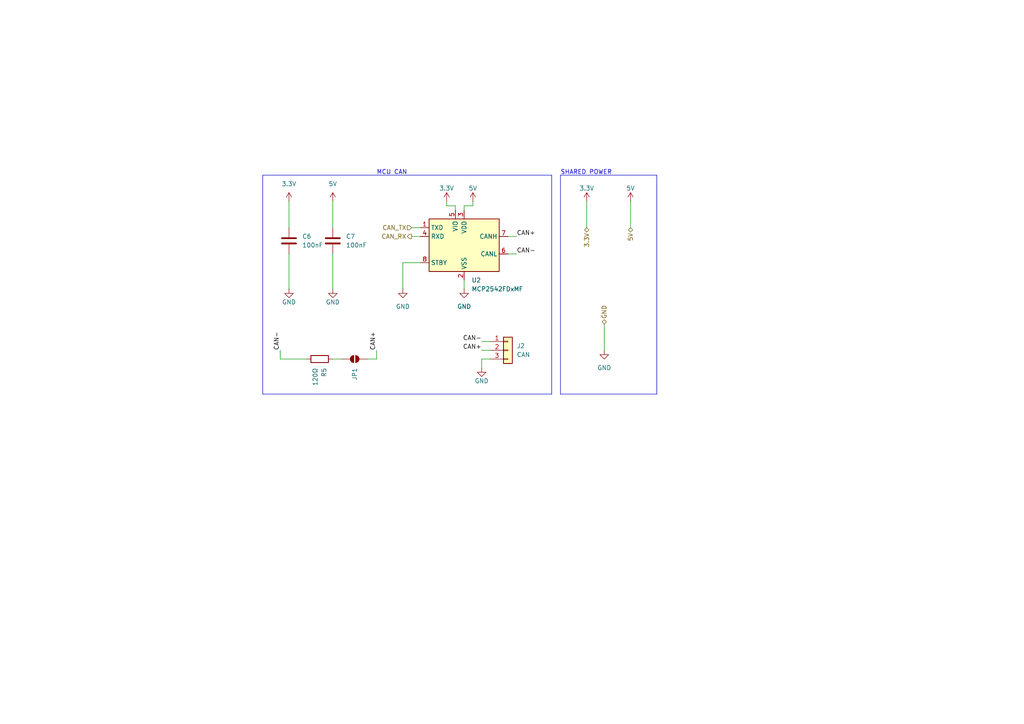
<source format=kicad_sch>
(kicad_sch (version 20250114) (generator "eeschema") (generator_version "9.0")
  (paper "A4")
  (lib_symbols
    (symbol "Connector_Generic:Conn_01x03" (pin_names (offset 1.016) (hide yes))
      (property "Reference" "J" (at 0 5.08 0))
      (property "Value" "Conn_01x03" (at 0 -5.08 0))
      (symbol "Conn_01x03_1_1"
        (rectangle (start -1.27 3.81) (end 1.27 -3.81) (stroke (width 0.254)) (fill (type background)))
        (rectangle (start -1.27 2.667) (end 0 2.413) (stroke (width 0.1524)))
        (rectangle (start -1.27 0.127) (end 0 -0.127) (stroke (width 0.1524)))
        (rectangle (start -1.27 -2.413) (end 0 -2.667) (stroke (width 0.1524)))
        (pin passive line (at -5.08 2.54 0) (length 3.81) (name "Pin_1") (number "1"))
        (pin passive line (at -5.08 0 0) (length 3.81) (name "Pin_2") (number "2"))
        (pin passive line (at -5.08 -2.54 0) (length 3.81) (name "Pin_3") (number "3"))
      )
    )
    (symbol "Device:C" (pin_numbers (hide yes)) (pin_names (offset 0.254))
      (property "Reference" "C" (at 0.635 2.54 0))
      (property "Value" "C" (at 0.635 -2.54 0))
      (symbol "C_0_1"
        (polyline (pts (xy -2.032 0.762) (xy 2.032 0.762)) (stroke (width 0.508)))
        (polyline (pts (xy -2.032 -0.762) (xy 2.032 -0.762)) (stroke (width 0.508)))
      )
      (symbol "C_1_1"
        (pin passive line (at 0 3.81 270) (length 2.794) (name "~") (number "1"))
        (pin passive line (at 0 -3.81 90) (length 2.794) (name "~") (number "2"))
      )
    )
    (symbol "Device:R" (pin_numbers (hide yes)) (pin_names (offset 0))
      (property "Reference" "R" (at 2.032 0 90))
      (property "Value" "R" (at 0 0 90))
      (symbol "R_0_1"
        (rectangle (start -1.016 -2.54) (end 1.016 2.54) (stroke (width 0.254)))
      )
      (symbol "R_1_1"
        (pin passive line (at 0 3.81 270) (length 1.27) (name "~") (number "1"))
        (pin passive line (at 0 -3.81 90) (length 1.27) (name "~") (number "2"))
      )
    )
    (symbol "Interface_CAN_LIN:MCP2542FDxMF"
      (property "Reference" "U" (at -10.16 8.89 0))
      (property "Value" "MCP2542FDxMF" (at 2.54 8.89 0))
      (symbol "MCP2542FDxMF_0_1"
        (rectangle (start -10.16 7.62) (end 10.16 -7.62) (stroke (width 0.254)) (fill (type background)))
      )
      (symbol "MCP2542FDxMF_1_1"
        (pin input line (at -12.7 5.08 0) (length 2.54) (name "TXD") (number "1"))
        (pin output line (at -12.7 2.54 0) (length 2.54) (name "RXD") (number "4"))
        (pin input line (at -12.7 -5.08 0) (length 2.54) (name "STBY") (number "8"))
        (pin power_in line (at -2.54 10.16 270) (length 2.54) (name "VIO") (number "5"))
        (pin power_in line (at 0 10.16 270) (length 2.54) (name "VDD") (number "3"))
        (pin power_in line (at 0 -10.16 90) (length 2.54) (name "VSS") (number "2"))
        (pin bidirectional line (at 12.7 2.54 180) (length 2.54) (name "CANH") (number "7"))
        (pin bidirectional line (at 12.7 -2.54 180) (length 2.54) (name "CANL") (number "6"))
      )
    )
    (symbol "Jumper:SolderJumper_2_Open" (pin_numbers (hide yes)) (pin_names (offset 0) (hide yes)) (in_bom no)
      (property "Reference" "JP" (at 0 2.032 0))
      (property "Value" "SolderJumper_2_Open" (at 0 -2.54 0))
      (symbol "SolderJumper_2_Open_0_1"
        (polyline (pts (xy -0.254 1.016) (xy -0.254 -1.016)))
        (arc (start -0.254 -1.016) (mid -1.2656 0) (end -0.254 1.016))
        (arc (start -0.254 -1.016) (mid -1.2656 0) (end -0.254 1.016) (fill (type outline)))
        (arc (start 0.254 1.016) (mid 1.2656 0) (end 0.254 -1.016))
        (arc (start 0.254 1.016) (mid 1.2656 0) (end 0.254 -1.016) (fill (type outline)))
        (polyline (pts (xy 0.254 1.016) (xy 0.254 -1.016)))
      )
      (symbol "SolderJumper_2_Open_1_1"
        (pin passive line (at -3.81 0 0) (length 2.54) (name "A") (number "1"))
        (pin passive line (at 3.81 0 180) (length 2.54) (name "B") (number "2"))
      )
    )
    (symbol "power:GND" (power) (pin_numbers (hide yes)) (pin_names (offset 0) (hide yes))
      (property "Value" "GND" (at 0 -3.81 0))
      (symbol "GND_0_1"
        (polyline (pts (xy 0 0) (xy 0 -1.27) (xy 1.27 -1.27) (xy 0 -2.54) (xy -1.27 -1.27) (xy 0 -1.27)))
      )
      (symbol "GND_1_1"
        (pin power_in line (at 0 0 270) (length 0) (name "~") (number "1"))
      )
    )
    (symbol "power:VCC" (power) (pin_numbers (hide yes)) (pin_names (offset 0) (hide yes))
      (property "Value" "VCC" (at 0 3.556 0))
      (symbol "VCC_0_1"
        (polyline (pts (xy -0.762 1.27) (xy 0 2.54)))
        (polyline (pts (xy 0 2.54) (xy 0.762 1.27)))
        (polyline (pts (xy 0 0) (xy 0 2.54)))
      )
      (symbol "VCC_1_1"
        (pin power_in line (at 0 0 90) (length 0) (name "~") (number "1"))
      )
    )
  )
  (text "SHARED POWER" (at 162.56 50.8 0) (effects (font (size 1.27 1.27)) (justify left bottom)))
  (text "MCU CAN" (at 109.22 50.8 0) (effects (font (size 1.27 1.27)) (justify left bottom)))
  (wire (pts (xy 81.28 104.14) (xy 88.9 104.14)))
  (wire (pts (xy 116.84 76.2) (xy 121.92 76.2)))
  (wire (pts (xy 147.32 73.66) (xy 149.86 73.66)))
  (polyline (pts (xy 76.2 50.8) (xy 160.02 50.8)))
  (wire (pts (xy 116.84 83.82) (xy 116.84 76.2)))
  (wire (pts (xy 139.7 101.6) (xy 142.24 101.6)))
  (wire (pts (xy 109.22 104.14) (xy 106.68 104.14)))
  (wire (pts (xy 121.92 68.58) (xy 119.38 68.58)))
  (wire (pts (xy 132.08 59.69) (xy 132.08 60.96)))
  (polyline (pts (xy 76.2 50.8) (xy 76.2 114.3)))
  (wire (pts (xy 83.82 73.66) (xy 83.82 83.82)))
  (polyline (pts (xy 190.5 114.3) (xy 190.5 50.8)))
  (wire (pts (xy 139.7 104.14) (xy 142.24 104.14)))
  (wire (pts (xy 109.22 101.6) (xy 109.22 104.14)))
  (wire (pts (xy 96.52 73.66) (xy 96.52 83.82)))
  (wire (pts (xy 129.54 59.69) (xy 132.08 59.69)))
  (wire (pts (xy 83.82 58.42) (xy 83.82 66.04)))
  (wire (pts (xy 182.88 58.42) (xy 182.88 66.04)))
  (polyline (pts (xy 190.5 114.3) (xy 162.56 114.3)))
  (wire (pts (xy 121.92 66.04) (xy 119.38 66.04)))
  (wire (pts (xy 137.16 59.69) (xy 134.62 59.69)))
  (polyline (pts (xy 162.56 50.8) (xy 162.56 114.3)))
  (wire (pts (xy 175.26 93.98) (xy 175.26 101.6)))
  (wire (pts (xy 134.62 59.69) (xy 134.62 60.96)))
  (wire (pts (xy 170.18 58.42) (xy 170.18 66.04)))
  (wire (pts (xy 81.28 101.6) (xy 81.28 104.14)))
  (polyline (pts (xy 160.02 114.3) (xy 160.02 50.8)))
  (wire (pts (xy 137.16 58.42) (xy 137.16 59.69)))
  (wire (pts (xy 139.7 106.68) (xy 139.7 104.14)))
  (wire (pts (xy 99.06 104.14) (xy 96.52 104.14)))
  (polyline (pts (xy 162.56 50.8) (xy 190.5 50.8)))
  (wire (pts (xy 129.54 58.42) (xy 129.54 59.69)))
  (wire (pts (xy 134.62 81.28) (xy 134.62 83.82)))
  (wire (pts (xy 147.32 68.58) (xy 149.86 68.58)))
  (wire (pts (xy 139.7 99.06) (xy 142.24 99.06)))
  (wire (pts (xy 96.52 58.42) (xy 96.52 66.04)))
  (polyline (pts (xy 160.02 114.3) (xy 76.2 114.3)))
  (label "CAN-" (at 149.86 73.66 0))
  (label "CAN-" (at 139.7 99.06 180))
  (label "CAN+" (at 149.86 68.58 0))
  (label "CAN-" (at 81.28 101.6 90))
  (label "CAN+" (at 139.7 101.6 180))
  (label "CAN+" (at 109.22 101.6 90))
  (hierarchical_label "CAN_TX" (shape input) (at 119.38 66.04 180))
  (hierarchical_label "5V" (shape bidirectional) (at 182.88 66.04 270))
  (hierarchical_label "CAN_RX" (shape output) (at 119.38 68.58 180))
  (hierarchical_label "3.3V" (shape bidirectional) (at 170.18 66.04 270))
  (hierarchical_label "GND" (shape bidirectional) (at 175.26 93.98 90))
  (symbol (lib_id "power:VCC") (at 96.52 58.42 0) (unit 1)
    (property "Reference" "#PWR035" (effects (hide yes)))
    (property "Value" "5V" (at 96.52 53.34 0))
    (property "Description" "Power symbol creates a global label with name \"VCC\"" (effects (hide yes)))
  )
  (symbol (lib_id "Device:C") (at 96.52 69.85 0) (unit 1)
    (property "Reference" "C7" (at 100.33 68.5799 0) (effects (justify left)))
    (property "Value" "100nF" (at 100.33 71.1199 0) (effects (justify left)))
    (property "Footprint" "Capacitor_SMD:C_0805_2012Metric" (effects (hide yes)))
    (property "Description" "Unpolarized capacitor" (effects (hide yes)))
  )
  (symbol (lib_id "power:VCC") (at 83.82 58.42 0) (unit 1)
    (property "Reference" "#PWR034" (effects (hide yes)))
    (property "Value" "3.3V" (at 83.82 53.34 0))
    (property "Description" "Power symbol creates a global label with name \"VCC\"" (effects (hide yes)))
  )
  (symbol (lib_id "power:GND") (at 116.84 83.82 0) (mirror y) (unit 1)
    (property "Reference" "#PWR042" (effects (hide yes)))
    (property "Value" "GND" (at 116.84 88.9 0))
    (property "Description" "Power symbol creates a global label with name \"GND\" , ground" (effects (hide yes)))
  )
  (symbol (lib_id "power:VCC") (at 182.88 58.42 0) (unit 1)
    (property "Reference" "#PWR039" (effects (hide yes)))
    (property "Value" "5V" (at 182.88 54.61 0))
    (property "Description" "Power symbol creates a global label with name \"VCC\"" (effects (hide yes)))
  )
  (symbol (lib_id "power:GND") (at 96.52 83.82 0) (unit 1)
    (property "Reference" "#PWR041" (effects (hide yes)))
    (property "Value" "GND" (at 96.52 87.63 0))
    (property "Description" "Power symbol creates a global label with name \"GND\" , ground" (effects (hide yes)))
  )
  (symbol (lib_id "power:GND") (at 139.7 106.68 0) (unit 1)
    (property "Reference" "#PWR045" (effects (hide yes)))
    (property "Value" "GND" (at 139.7 110.49 0))
    (property "Description" "Power symbol creates a global label with name \"GND\" , ground" (effects (hide yes)))
  )
  (symbol (lib_id "power:GND") (at 134.62 83.82 0) (mirror y) (unit 1)
    (property "Reference" "#PWR043" (effects (hide yes)))
    (property "Value" "GND" (at 134.62 88.9 0))
    (property "Description" "Power symbol creates a global label with name \"GND\" , ground" (effects (hide yes)))
  )
  (symbol (lib_id "power:GND") (at 175.26 101.6 0) (mirror y) (unit 1)
    (property "Reference" "#PWR044" (effects (hide yes)))
    (property "Value" "GND" (at 175.26 106.68 0))
    (property "Description" "Power symbol creates a global label with name \"GND\" , ground" (effects (hide yes)))
  )
  (symbol (lib_id "Device:C") (at 83.82 69.85 0) (unit 1)
    (property "Reference" "C6" (at 87.63 68.5799 0) (effects (justify left)))
    (property "Value" "100nF" (at 87.63 71.1199 0) (effects (justify left)))
    (property "Footprint" "Capacitor_SMD:C_0805_2012Metric" (effects (hide yes)))
    (property "Description" "Unpolarized capacitor" (effects (hide yes)))
  )
  (symbol (lib_id "power:VCC") (at 170.18 58.42 0) (unit 1)
    (property "Reference" "#PWR038" (effects (hide yes)))
    (property "Value" "3.3V" (at 170.18 54.61 0))
    (property "Description" "Power symbol creates a global label with name \"VCC\"" (effects (hide yes)))
  )
  (symbol (lib_id "power:GND") (at 83.82 83.82 0) (unit 1)
    (property "Reference" "#PWR040" (effects (hide yes)))
    (property "Value" "GND" (at 83.82 87.63 0))
    (property "Description" "Power symbol creates a global label with name \"GND\" , ground" (effects (hide yes)))
  )
  (symbol (lib_id "power:VCC") (at 137.16 58.42 0) (unit 1)
    (property "Reference" "#PWR037" (effects (hide yes)))
    (property "Value" "5V" (at 137.16 54.61 0))
    (property "Description" "Power symbol creates a global label with name \"VCC\"" (effects (hide yes)))
  )
  (symbol (lib_id "Jumper:SolderJumper_2_Open") (at 102.87 104.14 0) (unit 1) (in_bom no)
    (property "Reference" "JP1" (at 102.8701 106.68 90) (effects (justify right)))
    (property "Value" "SolderJumper_2_Open" (effects (hide yes)))
    (property "Footprint" "Jumper:SolderJumper-2_P1.3mm_Open_RoundedPad1.0x1.5mm" (effects (hide yes)))
    (property "Description" "Solder Jumper, 2-pole, open" (effects (hide yes)))
  )
  (symbol (lib_id "Connector_Generic:Conn_01x03") (at 147.32 101.6 0) (unit 1)
    (property "Reference" "J2" (at 149.86 100.3299 0) (effects (justify left)))
    (property "Value" "CAN" (at 149.86 102.8699 0) (effects (justify left)))
    (property "Footprint" "Connector_JST:JST_GH_BM03B-GHS-TBT_1x03-1MP_P1.25mm_Vertical" (effects (hide yes)))
    (property "Description" "Generic connector, single row, 01x03, script generated (kicad-library-utils/schlib/autogen/connector/)" (effects (hide yes)))
  )
  (symbol (lib_id "Interface_CAN_LIN:MCP2542FDxMF") (at 134.62 71.12 0) (unit 1)
    (property "Reference" "U2" (at 136.7633 81.28 0) (effects (justify left)))
    (property "Value" "MCP2542FDxMF" (at 136.7633 83.82 0) (effects (justify left)))
    (property "Footprint" "Package_SO:SOIC-8_NO_PAD" (effects (hide yes)))
    (property "Datasheet" "http://ww1.microchip.com/downloads/en/DeviceDoc/MCP2542FD-4FD-MCP2542WFD-4WFD-Data-Sheet20005514B.pdf" (effects (hide yes)))
    (property "Description" "CAN-FD Transceiver, Wake-Up on CAN activity, 8Mbps, 5V supply, STBY pin, 3x3 DFN-8" (effects (hide yes)))
  )
  (symbol (lib_id "Device:R") (at 92.71 104.14 90) (unit 1)
    (property "Reference" "R5" (at 93.9801 106.68 0) (effects (justify right)))
    (property "Value" "120Ω" (at 91.4401 106.68 0) (effects (justify right)))
    (property "Footprint" "Resistor_SMD:R_0805_2012Metric" (effects (hide yes)))
    (property "Description" "Resistor" (effects (hide yes)))
  )
  (symbol (lib_id "power:VCC") (at 129.54 58.42 0) (unit 1)
    (property "Reference" "#PWR036" (effects (hide yes)))
    (property "Value" "3.3V" (at 129.54 54.61 0))
    (property "Description" "Power symbol creates a global label with name \"VCC\"" (effects (hide yes)))
  )
)
</source>
